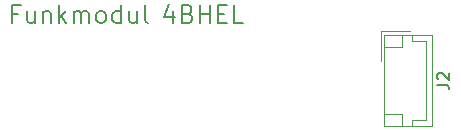
<source format=gbr>
%TF.GenerationSoftware,KiCad,Pcbnew,(7.0.0)*%
%TF.CreationDate,2023-04-14T14:01:47+02:00*%
%TF.ProjectId,funk-transmitter-final,66756e6b-2d74-4726-916e-736d69747465,rev?*%
%TF.SameCoordinates,Original*%
%TF.FileFunction,Legend,Top*%
%TF.FilePolarity,Positive*%
%FSLAX46Y46*%
G04 Gerber Fmt 4.6, Leading zero omitted, Abs format (unit mm)*
G04 Created by KiCad (PCBNEW (7.0.0)) date 2023-04-14 14:01:47*
%MOMM*%
%LPD*%
G01*
G04 APERTURE LIST*
%ADD10C,0.187500*%
%ADD11C,0.150000*%
%ADD12C,0.120000*%
G04 APERTURE END LIST*
D10*
X128157142Y-82587857D02*
X127657142Y-82587857D01*
X127657142Y-83373571D02*
X127657142Y-81873571D01*
X127657142Y-81873571D02*
X128371428Y-81873571D01*
X129585714Y-82373571D02*
X129585714Y-83373571D01*
X128942856Y-82373571D02*
X128942856Y-83159285D01*
X128942856Y-83159285D02*
X129014285Y-83302142D01*
X129014285Y-83302142D02*
X129157142Y-83373571D01*
X129157142Y-83373571D02*
X129371428Y-83373571D01*
X129371428Y-83373571D02*
X129514285Y-83302142D01*
X129514285Y-83302142D02*
X129585714Y-83230714D01*
X130299999Y-82373571D02*
X130299999Y-83373571D01*
X130299999Y-82516428D02*
X130371428Y-82445000D01*
X130371428Y-82445000D02*
X130514285Y-82373571D01*
X130514285Y-82373571D02*
X130728571Y-82373571D01*
X130728571Y-82373571D02*
X130871428Y-82445000D01*
X130871428Y-82445000D02*
X130942857Y-82587857D01*
X130942857Y-82587857D02*
X130942857Y-83373571D01*
X131657142Y-83373571D02*
X131657142Y-81873571D01*
X131800000Y-82802142D02*
X132228571Y-83373571D01*
X132228571Y-82373571D02*
X131657142Y-82945000D01*
X132871428Y-83373571D02*
X132871428Y-82373571D01*
X132871428Y-82516428D02*
X132942857Y-82445000D01*
X132942857Y-82445000D02*
X133085714Y-82373571D01*
X133085714Y-82373571D02*
X133300000Y-82373571D01*
X133300000Y-82373571D02*
X133442857Y-82445000D01*
X133442857Y-82445000D02*
X133514286Y-82587857D01*
X133514286Y-82587857D02*
X133514286Y-83373571D01*
X133514286Y-82587857D02*
X133585714Y-82445000D01*
X133585714Y-82445000D02*
X133728571Y-82373571D01*
X133728571Y-82373571D02*
X133942857Y-82373571D01*
X133942857Y-82373571D02*
X134085714Y-82445000D01*
X134085714Y-82445000D02*
X134157143Y-82587857D01*
X134157143Y-82587857D02*
X134157143Y-83373571D01*
X135085714Y-83373571D02*
X134942857Y-83302142D01*
X134942857Y-83302142D02*
X134871428Y-83230714D01*
X134871428Y-83230714D02*
X134800000Y-83087857D01*
X134800000Y-83087857D02*
X134800000Y-82659285D01*
X134800000Y-82659285D02*
X134871428Y-82516428D01*
X134871428Y-82516428D02*
X134942857Y-82445000D01*
X134942857Y-82445000D02*
X135085714Y-82373571D01*
X135085714Y-82373571D02*
X135300000Y-82373571D01*
X135300000Y-82373571D02*
X135442857Y-82445000D01*
X135442857Y-82445000D02*
X135514286Y-82516428D01*
X135514286Y-82516428D02*
X135585714Y-82659285D01*
X135585714Y-82659285D02*
X135585714Y-83087857D01*
X135585714Y-83087857D02*
X135514286Y-83230714D01*
X135514286Y-83230714D02*
X135442857Y-83302142D01*
X135442857Y-83302142D02*
X135300000Y-83373571D01*
X135300000Y-83373571D02*
X135085714Y-83373571D01*
X136871429Y-83373571D02*
X136871429Y-81873571D01*
X136871429Y-83302142D02*
X136728571Y-83373571D01*
X136728571Y-83373571D02*
X136442857Y-83373571D01*
X136442857Y-83373571D02*
X136300000Y-83302142D01*
X136300000Y-83302142D02*
X136228571Y-83230714D01*
X136228571Y-83230714D02*
X136157143Y-83087857D01*
X136157143Y-83087857D02*
X136157143Y-82659285D01*
X136157143Y-82659285D02*
X136228571Y-82516428D01*
X136228571Y-82516428D02*
X136300000Y-82445000D01*
X136300000Y-82445000D02*
X136442857Y-82373571D01*
X136442857Y-82373571D02*
X136728571Y-82373571D01*
X136728571Y-82373571D02*
X136871429Y-82445000D01*
X138228572Y-82373571D02*
X138228572Y-83373571D01*
X137585714Y-82373571D02*
X137585714Y-83159285D01*
X137585714Y-83159285D02*
X137657143Y-83302142D01*
X137657143Y-83302142D02*
X137800000Y-83373571D01*
X137800000Y-83373571D02*
X138014286Y-83373571D01*
X138014286Y-83373571D02*
X138157143Y-83302142D01*
X138157143Y-83302142D02*
X138228572Y-83230714D01*
X139157143Y-83373571D02*
X139014286Y-83302142D01*
X139014286Y-83302142D02*
X138942857Y-83159285D01*
X138942857Y-83159285D02*
X138942857Y-81873571D01*
X141271429Y-82373571D02*
X141271429Y-83373571D01*
X140914286Y-81802142D02*
X140557143Y-82873571D01*
X140557143Y-82873571D02*
X141485714Y-82873571D01*
X142557142Y-82587857D02*
X142771428Y-82659285D01*
X142771428Y-82659285D02*
X142842857Y-82730714D01*
X142842857Y-82730714D02*
X142914285Y-82873571D01*
X142914285Y-82873571D02*
X142914285Y-83087857D01*
X142914285Y-83087857D02*
X142842857Y-83230714D01*
X142842857Y-83230714D02*
X142771428Y-83302142D01*
X142771428Y-83302142D02*
X142628571Y-83373571D01*
X142628571Y-83373571D02*
X142057142Y-83373571D01*
X142057142Y-83373571D02*
X142057142Y-81873571D01*
X142057142Y-81873571D02*
X142557142Y-81873571D01*
X142557142Y-81873571D02*
X142700000Y-81945000D01*
X142700000Y-81945000D02*
X142771428Y-82016428D01*
X142771428Y-82016428D02*
X142842857Y-82159285D01*
X142842857Y-82159285D02*
X142842857Y-82302142D01*
X142842857Y-82302142D02*
X142771428Y-82445000D01*
X142771428Y-82445000D02*
X142700000Y-82516428D01*
X142700000Y-82516428D02*
X142557142Y-82587857D01*
X142557142Y-82587857D02*
X142057142Y-82587857D01*
X143557142Y-83373571D02*
X143557142Y-81873571D01*
X143557142Y-82587857D02*
X144414285Y-82587857D01*
X144414285Y-83373571D02*
X144414285Y-81873571D01*
X145128571Y-82587857D02*
X145628571Y-82587857D01*
X145842857Y-83373571D02*
X145128571Y-83373571D01*
X145128571Y-83373571D02*
X145128571Y-81873571D01*
X145128571Y-81873571D02*
X145842857Y-81873571D01*
X147200000Y-83373571D02*
X146485714Y-83373571D01*
X146485714Y-83373571D02*
X146485714Y-81873571D01*
D11*
%TO.C,J2*%
X163642380Y-88583333D02*
X164356666Y-88583333D01*
X164356666Y-88583333D02*
X164499523Y-88630952D01*
X164499523Y-88630952D02*
X164594761Y-88726190D01*
X164594761Y-88726190D02*
X164642380Y-88869047D01*
X164642380Y-88869047D02*
X164642380Y-88964285D01*
X163737619Y-88154761D02*
X163690000Y-88107142D01*
X163690000Y-88107142D02*
X163642380Y-88011904D01*
X163642380Y-88011904D02*
X163642380Y-87773809D01*
X163642380Y-87773809D02*
X163690000Y-87678571D01*
X163690000Y-87678571D02*
X163737619Y-87630952D01*
X163737619Y-87630952D02*
X163832857Y-87583333D01*
X163832857Y-87583333D02*
X163928095Y-87583333D01*
X163928095Y-87583333D02*
X164070952Y-87630952D01*
X164070952Y-87630952D02*
X164642380Y-88202380D01*
X164642380Y-88202380D02*
X164642380Y-87583333D01*
D12*
X161365000Y-84090000D02*
X158865000Y-84090000D01*
X158865000Y-84090000D02*
X158865000Y-86590000D01*
X163185000Y-84390000D02*
X159165000Y-84390000D01*
X161475000Y-84390000D02*
X161475000Y-84890000D01*
X160665000Y-84390000D02*
X160665000Y-85390000D01*
X159165000Y-84390000D02*
X159165000Y-92110000D01*
X162685000Y-84890000D02*
X162685000Y-91610000D01*
X161475000Y-84890000D02*
X162685000Y-84890000D01*
X160665000Y-85390000D02*
X159165000Y-85390000D01*
X160665000Y-91110000D02*
X159165000Y-91110000D01*
X162685000Y-91610000D02*
X161475000Y-91610000D01*
X161475000Y-91610000D02*
X161475000Y-92110000D01*
X163185000Y-92110000D02*
X163185000Y-84390000D01*
X160665000Y-92110000D02*
X160665000Y-91110000D01*
X159165000Y-92110000D02*
X163185000Y-92110000D01*
%TD*%
M02*

</source>
